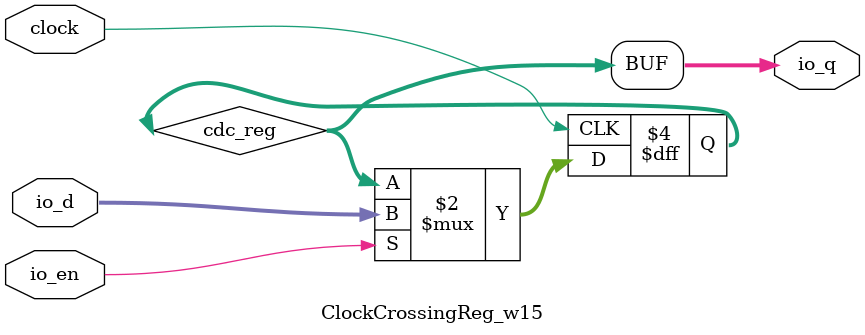
<source format=sv>
`ifndef RANDOMIZE
  `ifdef RANDOMIZE_MEM_INIT
    `define RANDOMIZE
  `endif // RANDOMIZE_MEM_INIT
`endif // not def RANDOMIZE
`ifndef RANDOMIZE
  `ifdef RANDOMIZE_REG_INIT
    `define RANDOMIZE
  `endif // RANDOMIZE_REG_INIT
`endif // not def RANDOMIZE

`ifndef RANDOM
  `define RANDOM $random
`endif // not def RANDOM

// Users can define INIT_RANDOM as general code that gets injected into the
// initializer block for modules with registers.
`ifndef INIT_RANDOM
  `define INIT_RANDOM
`endif // not def INIT_RANDOM

// If using random initialization, you can also define RANDOMIZE_DELAY to
// customize the delay used, otherwise 0.002 is used.
`ifndef RANDOMIZE_DELAY
  `define RANDOMIZE_DELAY 0.002
`endif // not def RANDOMIZE_DELAY

// Define INIT_RANDOM_PROLOG_ for use in our modules below.
`ifndef INIT_RANDOM_PROLOG_
  `ifdef RANDOMIZE
    `ifdef VERILATOR
      `define INIT_RANDOM_PROLOG_ `INIT_RANDOM
    `else  // VERILATOR
      `define INIT_RANDOM_PROLOG_ `INIT_RANDOM #`RANDOMIZE_DELAY begin end
    `endif // VERILATOR
  `else  // RANDOMIZE
    `define INIT_RANDOM_PROLOG_
  `endif // RANDOMIZE
`endif // not def INIT_RANDOM_PROLOG_

// Include register initializers in init blocks unless synthesis is set
`ifndef SYNTHESIS
  `ifndef ENABLE_INITIAL_REG_
    `define ENABLE_INITIAL_REG_
  `endif // not def ENABLE_INITIAL_REG_
`endif // not def SYNTHESIS

// Include rmemory initializers in init blocks unless synthesis is set
`ifndef SYNTHESIS
  `ifndef ENABLE_INITIAL_MEM_
    `define ENABLE_INITIAL_MEM_
  `endif // not def ENABLE_INITIAL_MEM_
`endif // not def SYNTHESIS

// Standard header to adapt well known macros for prints and assertions.

// Users can define 'PRINTF_COND' to add an extra gate to prints.
`ifndef PRINTF_COND_
  `ifdef PRINTF_COND
    `define PRINTF_COND_ (`PRINTF_COND)
  `else  // PRINTF_COND
    `define PRINTF_COND_ 1
  `endif // PRINTF_COND
`endif // not def PRINTF_COND_

// Users can define 'ASSERT_VERBOSE_COND' to add an extra gate to assert error printing.
`ifndef ASSERT_VERBOSE_COND_
  `ifdef ASSERT_VERBOSE_COND
    `define ASSERT_VERBOSE_COND_ (`ASSERT_VERBOSE_COND)
  `else  // ASSERT_VERBOSE_COND
    `define ASSERT_VERBOSE_COND_ 1
  `endif // ASSERT_VERBOSE_COND
`endif // not def ASSERT_VERBOSE_COND_

// Users can define 'STOP_COND' to add an extra gate to stop conditions.
`ifndef STOP_COND_
  `ifdef STOP_COND
    `define STOP_COND_ (`STOP_COND)
  `else  // STOP_COND
    `define STOP_COND_ 1
  `endif // STOP_COND
`endif // not def STOP_COND_

module ClockCrossingReg_w15(
  input         clock,
  input  [14:0] io_d,	// @[generators/rocket-chip/src/main/scala/util/SynchronizerReg.scala:195:14]
  output [14:0] io_q,	// @[generators/rocket-chip/src/main/scala/util/SynchronizerReg.scala:195:14]
  input         io_en	// @[generators/rocket-chip/src/main/scala/util/SynchronizerReg.scala:195:14]
);

  reg [14:0] cdc_reg;	// @[generators/rocket-chip/src/main/scala/util/SynchronizerReg.scala:201:76]
  always @(posedge clock) begin
    if (io_en)	// @[generators/rocket-chip/src/main/scala/util/SynchronizerReg.scala:195:14]
      cdc_reg <= io_d;	// @[generators/rocket-chip/src/main/scala/util/SynchronizerReg.scala:201:76]
  end // always @(posedge)
  `ifdef ENABLE_INITIAL_REG_
    `ifdef FIRRTL_BEFORE_INITIAL
      `FIRRTL_BEFORE_INITIAL
    `endif // FIRRTL_BEFORE_INITIAL
    logic [31:0] _RANDOM[0:0];
    initial begin
      `ifdef INIT_RANDOM_PROLOG_
        `INIT_RANDOM_PROLOG_
      `endif // INIT_RANDOM_PROLOG_
      `ifdef RANDOMIZE_REG_INIT
        _RANDOM[/*Zero width*/ 1'b0] = `RANDOM;
        cdc_reg = _RANDOM[/*Zero width*/ 1'b0][14:0];	// @[generators/rocket-chip/src/main/scala/util/SynchronizerReg.scala:201:76]
      `endif // RANDOMIZE_REG_INIT
    end // initial
    `ifdef FIRRTL_AFTER_INITIAL
      `FIRRTL_AFTER_INITIAL
    `endif // FIRRTL_AFTER_INITIAL
  `endif // ENABLE_INITIAL_REG_
  assign io_q = cdc_reg;	// @[generators/rocket-chip/src/main/scala/util/SynchronizerReg.scala:201:76]
endmodule


</source>
